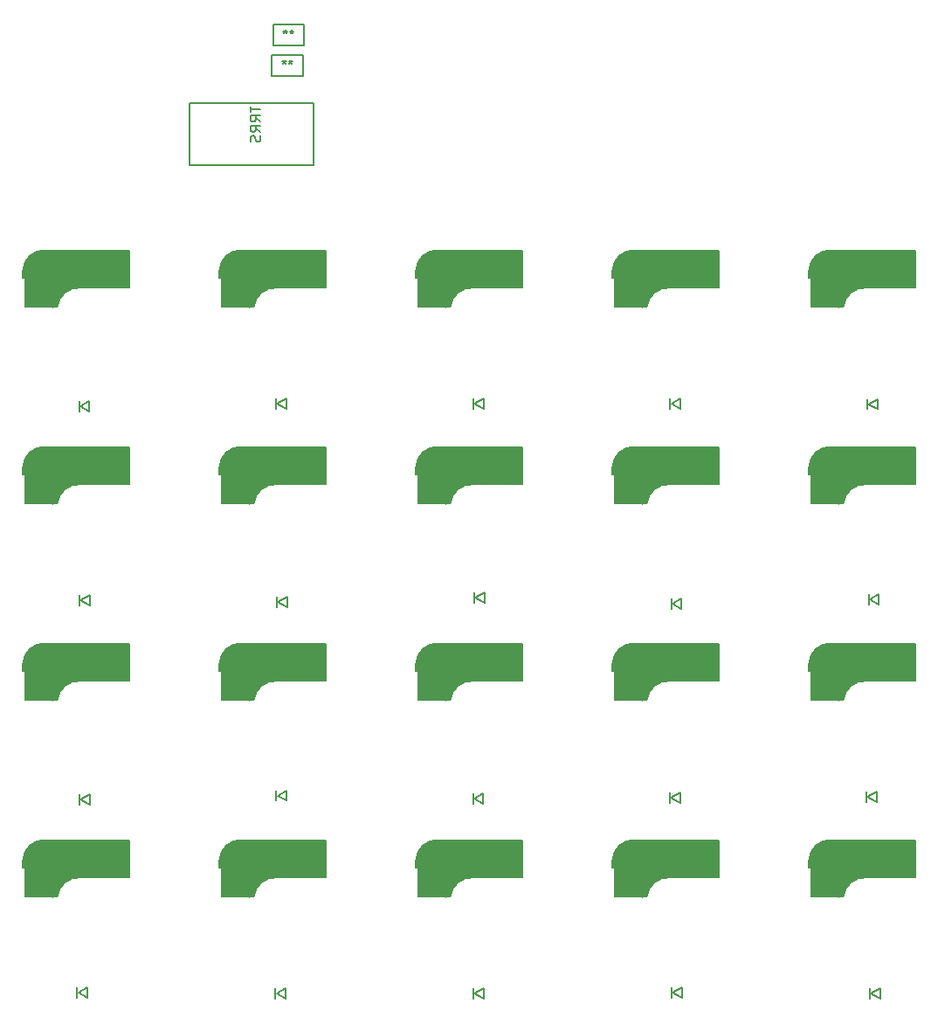
<source format=gbr>
%TF.GenerationSoftware,KiCad,Pcbnew,7.0.8*%
%TF.CreationDate,2023-11-23T22:11:04+09:00*%
%TF.ProjectId,jisaku20rp_tb,6a697361-6b75-4323-9072-705f74622e6b,rev?*%
%TF.SameCoordinates,Original*%
%TF.FileFunction,Legend,Bot*%
%TF.FilePolarity,Positive*%
%FSLAX46Y46*%
G04 Gerber Fmt 4.6, Leading zero omitted, Abs format (unit mm)*
G04 Created by KiCad (PCBNEW 7.0.8) date 2023-11-23 22:11:04*
%MOMM*%
%LPD*%
G01*
G04 APERTURE LIST*
%ADD10C,0.150000*%
%ADD11C,0.300000*%
%ADD12C,0.500000*%
%ADD13C,0.800000*%
%ADD14C,3.000000*%
%ADD15C,3.500000*%
%ADD16C,1.000000*%
%ADD17C,0.400000*%
G04 APERTURE END LIST*
D10*
X20039637Y25038083D02*
X20039637Y24844559D01*
X20233161Y24921968D02*
X20039637Y24844559D01*
X20039637Y24844559D02*
X19846114Y24921968D01*
X20155752Y24689740D02*
X20039637Y24844559D01*
X20039637Y24844559D02*
X19923523Y24689740D01*
X19420361Y25038083D02*
X19420361Y24844559D01*
X19613885Y24921968D02*
X19420361Y24844559D01*
X19420361Y24844559D02*
X19226838Y24921968D01*
X19536476Y24689740D02*
X19420361Y24844559D01*
X19420361Y24844559D02*
X19304247Y24689740D01*
X20139637Y27968083D02*
X20139637Y27774559D01*
X20333161Y27851968D02*
X20139637Y27774559D01*
X20139637Y27774559D02*
X19946114Y27851968D01*
X20255752Y27619740D02*
X20139637Y27774559D01*
X20139637Y27774559D02*
X20023523Y27619740D01*
X19520361Y27968083D02*
X19520361Y27774559D01*
X19713885Y27851968D02*
X19520361Y27774559D01*
X19520361Y27774559D02*
X19326838Y27851968D01*
X19636476Y27619740D02*
X19520361Y27774559D01*
X19520361Y27774559D02*
X19404247Y27619740D01*
X16128319Y20556404D02*
X16128319Y19984976D01*
X17128319Y20270690D02*
X16128319Y20270690D01*
X17128319Y19080214D02*
X16652128Y19413547D01*
X17128319Y19651642D02*
X16128319Y19651642D01*
X16128319Y19651642D02*
X16128319Y19270690D01*
X16128319Y19270690D02*
X16175938Y19175452D01*
X16175938Y19175452D02*
X16223557Y19127833D01*
X16223557Y19127833D02*
X16318795Y19080214D01*
X16318795Y19080214D02*
X16461652Y19080214D01*
X16461652Y19080214D02*
X16556890Y19127833D01*
X16556890Y19127833D02*
X16604509Y19175452D01*
X16604509Y19175452D02*
X16652128Y19270690D01*
X16652128Y19270690D02*
X16652128Y19651642D01*
X17128319Y18080214D02*
X16652128Y18413547D01*
X17128319Y18651642D02*
X16128319Y18651642D01*
X16128319Y18651642D02*
X16128319Y18270690D01*
X16128319Y18270690D02*
X16175938Y18175452D01*
X16175938Y18175452D02*
X16223557Y18127833D01*
X16223557Y18127833D02*
X16318795Y18080214D01*
X16318795Y18080214D02*
X16461652Y18080214D01*
X16461652Y18080214D02*
X16556890Y18127833D01*
X16556890Y18127833D02*
X16604509Y18175452D01*
X16604509Y18175452D02*
X16652128Y18270690D01*
X16652128Y18270690D02*
X16652128Y18651642D01*
X17080700Y17699261D02*
X17128319Y17556404D01*
X17128319Y17556404D02*
X17128319Y17318309D01*
X17128319Y17318309D02*
X17080700Y17223071D01*
X17080700Y17223071D02*
X17033080Y17175452D01*
X17033080Y17175452D02*
X16937842Y17127833D01*
X16937842Y17127833D02*
X16842604Y17127833D01*
X16842604Y17127833D02*
X16747366Y17175452D01*
X16747366Y17175452D02*
X16699747Y17223071D01*
X16699747Y17223071D02*
X16652128Y17318309D01*
X16652128Y17318309D02*
X16604509Y17508785D01*
X16604509Y17508785D02*
X16556890Y17604023D01*
X16556890Y17604023D02*
X16509271Y17651642D01*
X16509271Y17651642D02*
X16414033Y17699261D01*
X16414033Y17699261D02*
X16318795Y17699261D01*
X16318795Y17699261D02*
X16223557Y17651642D01*
X16223557Y17651642D02*
X16175938Y17604023D01*
X16175938Y17604023D02*
X16128319Y17508785D01*
X16128319Y17508785D02*
X16128319Y17270690D01*
X16128319Y17270690D02*
X16175938Y17127833D01*
%TO.C,R2*%
X21230000Y23530000D02*
X18230000Y23530000D01*
X21230000Y25530000D02*
X21230000Y23530000D01*
X18230000Y23530000D02*
X18230000Y25530000D01*
X18230000Y25530000D02*
X21230000Y25530000D01*
%TO.C,R1*%
X21330000Y26460000D02*
X18330000Y26460000D01*
X21330000Y28460000D02*
X21330000Y26460000D01*
X18330000Y26460000D02*
X18330000Y28460000D01*
X18330000Y28460000D02*
X21330000Y28460000D01*
%TO.C,J1*%
X10260000Y14870000D02*
X10260000Y20870000D01*
X22260000Y14870000D02*
X10260000Y14870000D01*
X10260000Y20870000D02*
X22260000Y20870000D01*
X22260000Y20870000D02*
X22260000Y14870000D01*
%TO.C,SW15*%
X70300000Y-33400000D02*
X70300000Y-34150000D01*
X70300000Y-34150000D02*
X70500000Y-34150000D01*
D11*
X70400000Y-34050000D02*
X70400000Y-33400000D01*
D10*
X70550000Y-32550000D02*
X70550000Y-37000000D01*
X70550000Y-37000000D02*
X73580000Y-37000000D01*
D12*
X70750000Y-36800000D02*
X73200000Y-36800000D01*
D13*
X70900000Y-36500000D02*
X70900000Y-34700001D01*
D14*
X72030000Y-33000000D02*
X72030000Y-35240000D01*
D10*
X75800000Y-35100000D02*
X80600000Y-35100000D01*
D15*
X78800000Y-33300000D02*
X72100000Y-33300000D01*
D16*
X80100000Y-32100000D02*
X80100000Y-34600000D01*
D12*
X80400000Y-34850000D02*
X79100000Y-34800000D01*
D17*
X80450000Y-31700000D02*
X79200000Y-31700000D01*
D10*
X80580000Y-34100000D02*
X80580000Y-31850000D01*
X80600000Y-31500000D02*
X72399999Y-31500000D01*
X80600000Y-35100000D02*
X80600000Y-31500000D01*
X72399999Y-31499999D02*
G75*
G03*
X70300000Y-33400001I-100000J-1999999D01*
G01*
D16*
X75400000Y-34700000D02*
G75*
G03*
X73183682Y-36578529I-65001J-2169999D01*
G01*
D10*
X75800000Y-35100000D02*
G75*
G03*
X73583682Y-36978529I-65001J-2169999D01*
G01*
%TO.C,SW1*%
X-5900000Y4700000D02*
X-5900000Y3950000D01*
X-5900000Y3950000D02*
X-5700000Y3950000D01*
D11*
X-5800000Y4050000D02*
X-5800000Y4700000D01*
D10*
X-5650000Y5550000D02*
X-5650000Y1100000D01*
X-5650000Y1100000D02*
X-2620000Y1100000D01*
D12*
X-5450000Y1300000D02*
X-3000000Y1300000D01*
D13*
X-5300000Y1600000D02*
X-5300000Y3399999D01*
D14*
X-4170000Y5100000D02*
X-4170000Y2860000D01*
D10*
X-400000Y3000000D02*
X4400000Y3000000D01*
D15*
X2600000Y4800000D02*
X-4100000Y4800000D01*
D16*
X3900000Y6000000D02*
X3900000Y3500000D01*
D12*
X4200000Y3250000D02*
X2900000Y3300000D01*
D17*
X4250000Y6400000D02*
X3000000Y6400000D01*
D10*
X4380000Y4000000D02*
X4380000Y6250000D01*
X4400000Y6600000D02*
X-3800001Y6600000D01*
X4400000Y3000000D02*
X4400000Y6600000D01*
X-3800001Y6600001D02*
G75*
G03*
X-5900000Y4699999I-100000J-1999999D01*
G01*
D16*
X-800000Y3400000D02*
G75*
G03*
X-3016318Y1521471I-65001J-2169999D01*
G01*
D10*
X-400000Y3000000D02*
G75*
G03*
X-2616318Y1121471I-65001J-2169999D01*
G01*
%TO.C,SW14*%
X51250000Y-33400000D02*
X51250000Y-34150000D01*
X51250000Y-34150000D02*
X51450000Y-34150000D01*
D11*
X51350000Y-34050000D02*
X51350000Y-33400000D01*
D10*
X51500000Y-32550000D02*
X51500000Y-37000000D01*
X51500000Y-37000000D02*
X54530000Y-37000000D01*
D12*
X51700000Y-36800000D02*
X54150000Y-36800000D01*
D13*
X51850000Y-36500000D02*
X51850000Y-34700001D01*
D14*
X52980000Y-33000000D02*
X52980000Y-35240000D01*
D10*
X56750000Y-35100000D02*
X61550000Y-35100000D01*
D15*
X59750000Y-33300000D02*
X53050000Y-33300000D01*
D16*
X61050000Y-32100000D02*
X61050000Y-34600000D01*
D12*
X61350000Y-34850000D02*
X60050000Y-34800000D01*
D17*
X61400000Y-31700000D02*
X60150000Y-31700000D01*
D10*
X61530000Y-34100000D02*
X61530000Y-31850000D01*
X61550000Y-31500000D02*
X53349999Y-31500000D01*
X61550000Y-35100000D02*
X61550000Y-31500000D01*
X53349999Y-31499999D02*
G75*
G03*
X51250000Y-33400001I-100000J-1999999D01*
G01*
D16*
X56350000Y-34700000D02*
G75*
G03*
X54133682Y-36578529I-65001J-2169999D01*
G01*
D10*
X56750000Y-35100000D02*
G75*
G03*
X54533682Y-36978529I-65001J-2169999D01*
G01*
%TO.C,SW2*%
X13150000Y4700000D02*
X13150000Y3950000D01*
X13150000Y3950000D02*
X13350000Y3950000D01*
D11*
X13250000Y4050000D02*
X13250000Y4700000D01*
D10*
X13400000Y5550000D02*
X13400000Y1100000D01*
X13400000Y1100000D02*
X16430000Y1100000D01*
D12*
X13600000Y1300000D02*
X16050000Y1300000D01*
D13*
X13750000Y1600000D02*
X13750000Y3399999D01*
D14*
X14880000Y5100000D02*
X14880000Y2860000D01*
D10*
X18650000Y3000000D02*
X23450000Y3000000D01*
D15*
X21650000Y4800000D02*
X14950000Y4800000D01*
D16*
X22950000Y6000000D02*
X22950000Y3500000D01*
D12*
X23250000Y3250000D02*
X21950000Y3300000D01*
D17*
X23300000Y6400000D02*
X22050000Y6400000D01*
D10*
X23430000Y4000000D02*
X23430000Y6250000D01*
X23450000Y6600000D02*
X15249999Y6600000D01*
X23450000Y3000000D02*
X23450000Y6600000D01*
X15249999Y6600001D02*
G75*
G03*
X13150000Y4699999I-100000J-1999999D01*
G01*
D16*
X18250000Y3400000D02*
G75*
G03*
X16033682Y1521471I-65001J-2169999D01*
G01*
D10*
X18650000Y3000000D02*
G75*
G03*
X16433682Y1121471I-65001J-2169999D01*
G01*
%TO.C,SW17*%
X13150000Y-52450000D02*
X13150000Y-53200000D01*
X13150000Y-53200000D02*
X13350000Y-53200000D01*
D11*
X13250000Y-53100000D02*
X13250000Y-52450000D01*
D10*
X13400000Y-51600000D02*
X13400000Y-56050000D01*
X13400000Y-56050000D02*
X16430000Y-56050000D01*
D12*
X13600000Y-55850000D02*
X16050000Y-55850000D01*
D13*
X13750000Y-55550000D02*
X13750000Y-53750001D01*
D14*
X14880000Y-52050000D02*
X14880000Y-54290000D01*
D10*
X18650000Y-54150000D02*
X23450000Y-54150000D01*
D15*
X21650000Y-52350000D02*
X14950000Y-52350000D01*
D16*
X22950000Y-51150000D02*
X22950000Y-53650000D01*
D12*
X23250000Y-53900000D02*
X21950000Y-53850000D01*
D17*
X23300000Y-50750000D02*
X22050000Y-50750000D01*
D10*
X23430000Y-53150000D02*
X23430000Y-50900000D01*
X23450000Y-50550000D02*
X15249999Y-50550000D01*
X23450000Y-54150000D02*
X23450000Y-50550000D01*
X15249999Y-50549999D02*
G75*
G03*
X13150000Y-52450001I-100000J-1999999D01*
G01*
D16*
X18250000Y-53750000D02*
G75*
G03*
X16033682Y-55628529I-65001J-2169999D01*
G01*
D10*
X18650000Y-54150000D02*
G75*
G03*
X16433682Y-56028529I-65001J-2169999D01*
G01*
%TO.C,SW5*%
X70300000Y4700000D02*
X70300000Y3950000D01*
X70300000Y3950000D02*
X70500000Y3950000D01*
D11*
X70400000Y4050000D02*
X70400000Y4700000D01*
D10*
X70550000Y5550000D02*
X70550000Y1100000D01*
X70550000Y1100000D02*
X73580000Y1100000D01*
D12*
X70750000Y1300000D02*
X73200000Y1300000D01*
D13*
X70900000Y1600000D02*
X70900000Y3399999D01*
D14*
X72030000Y5100000D02*
X72030000Y2860000D01*
D10*
X75800000Y3000000D02*
X80600000Y3000000D01*
D15*
X78800000Y4800000D02*
X72100000Y4800000D01*
D16*
X80100000Y6000000D02*
X80100000Y3500000D01*
D12*
X80400000Y3250000D02*
X79100000Y3300000D01*
D17*
X80450000Y6400000D02*
X79200000Y6400000D01*
D10*
X80580000Y4000000D02*
X80580000Y6250000D01*
X80600000Y6600000D02*
X72399999Y6600000D01*
X80600000Y3000000D02*
X80600000Y6600000D01*
X72399999Y6600001D02*
G75*
G03*
X70300000Y4699999I-100000J-1999999D01*
G01*
D16*
X75400000Y3400000D02*
G75*
G03*
X73183682Y1521471I-65001J-2169999D01*
G01*
D10*
X75800000Y3000000D02*
G75*
G03*
X73583682Y1121471I-65001J-2169999D01*
G01*
%TO.C,SW7*%
X13150000Y-14350000D02*
X13150000Y-15100000D01*
X13150000Y-15100000D02*
X13350000Y-15100000D01*
D11*
X13250000Y-15000000D02*
X13250000Y-14350000D01*
D10*
X13400000Y-13500000D02*
X13400000Y-17950000D01*
X13400000Y-17950000D02*
X16430000Y-17950000D01*
D12*
X13600000Y-17750000D02*
X16050000Y-17750000D01*
D13*
X13750000Y-17450000D02*
X13750000Y-15650001D01*
D14*
X14880000Y-13950000D02*
X14880000Y-16190000D01*
D10*
X18650000Y-16050000D02*
X23450000Y-16050000D01*
D15*
X21650000Y-14250000D02*
X14950000Y-14250000D01*
D16*
X22950000Y-13050000D02*
X22950000Y-15550000D01*
D12*
X23250000Y-15800000D02*
X21950000Y-15750000D01*
D17*
X23300000Y-12650000D02*
X22050000Y-12650000D01*
D10*
X23430000Y-15050000D02*
X23430000Y-12800000D01*
X23450000Y-12450000D02*
X15249999Y-12450000D01*
X23450000Y-16050000D02*
X23450000Y-12450000D01*
X15249999Y-12449999D02*
G75*
G03*
X13150000Y-14350001I-100000J-1999999D01*
G01*
D16*
X18250000Y-15650000D02*
G75*
G03*
X16033682Y-17528529I-65001J-2169999D01*
G01*
D10*
X18650000Y-16050000D02*
G75*
G03*
X16433682Y-17928529I-65001J-2169999D01*
G01*
%TO.C,SW20*%
X70300000Y-52450000D02*
X70300000Y-53200000D01*
X70300000Y-53200000D02*
X70500000Y-53200000D01*
D11*
X70400000Y-53100000D02*
X70400000Y-52450000D01*
D10*
X70550000Y-51600000D02*
X70550000Y-56050000D01*
X70550000Y-56050000D02*
X73580000Y-56050000D01*
D12*
X70750000Y-55850000D02*
X73200000Y-55850000D01*
D13*
X70900000Y-55550000D02*
X70900000Y-53750001D01*
D14*
X72030000Y-52050000D02*
X72030000Y-54290000D01*
D10*
X75800000Y-54150000D02*
X80600000Y-54150000D01*
D15*
X78800000Y-52350000D02*
X72100000Y-52350000D01*
D16*
X80100000Y-51150000D02*
X80100000Y-53650000D01*
D12*
X80400000Y-53900000D02*
X79100000Y-53850000D01*
D17*
X80450000Y-50750000D02*
X79200000Y-50750000D01*
D10*
X80580000Y-53150000D02*
X80580000Y-50900000D01*
X80600000Y-50550000D02*
X72399999Y-50550000D01*
X80600000Y-54150000D02*
X80600000Y-50550000D01*
X72399999Y-50549999D02*
G75*
G03*
X70300000Y-52450001I-100000J-1999999D01*
G01*
D16*
X75400000Y-53750000D02*
G75*
G03*
X73183682Y-55628529I-65001J-2169999D01*
G01*
D10*
X75800000Y-54150000D02*
G75*
G03*
X73583682Y-56028529I-65001J-2169999D01*
G01*
%TO.C,SW8*%
X32200000Y-14350000D02*
X32200000Y-15100000D01*
X32200000Y-15100000D02*
X32400000Y-15100000D01*
D11*
X32300000Y-15000000D02*
X32300000Y-14350000D01*
D10*
X32450000Y-13500000D02*
X32450000Y-17950000D01*
X32450000Y-17950000D02*
X35480000Y-17950000D01*
D12*
X32650000Y-17750000D02*
X35100000Y-17750000D01*
D13*
X32800000Y-17450000D02*
X32800000Y-15650001D01*
D14*
X33930000Y-13950000D02*
X33930000Y-16190000D01*
D10*
X37700000Y-16050000D02*
X42500000Y-16050000D01*
D15*
X40700000Y-14250000D02*
X34000000Y-14250000D01*
D16*
X42000000Y-13050000D02*
X42000000Y-15550000D01*
D12*
X42300000Y-15800000D02*
X41000000Y-15750000D01*
D17*
X42350000Y-12650000D02*
X41100000Y-12650000D01*
D10*
X42480000Y-15050000D02*
X42480000Y-12800000D01*
X42500000Y-12450000D02*
X34299999Y-12450000D01*
X42500000Y-16050000D02*
X42500000Y-12450000D01*
X34299999Y-12449999D02*
G75*
G03*
X32200000Y-14350001I-100000J-1999999D01*
G01*
D16*
X37300000Y-15650000D02*
G75*
G03*
X35083682Y-17528529I-65001J-2169999D01*
G01*
D10*
X37700000Y-16050000D02*
G75*
G03*
X35483682Y-17928529I-65001J-2169999D01*
G01*
%TO.C,SW10*%
X70300000Y-14350000D02*
X70300000Y-15100000D01*
X70300000Y-15100000D02*
X70500000Y-15100000D01*
D11*
X70400000Y-15000000D02*
X70400000Y-14350000D01*
D10*
X70550000Y-13500000D02*
X70550000Y-17950000D01*
X70550000Y-17950000D02*
X73580000Y-17950000D01*
D12*
X70750000Y-17750000D02*
X73200000Y-17750000D01*
D13*
X70900000Y-17450000D02*
X70900000Y-15650001D01*
D14*
X72030000Y-13950000D02*
X72030000Y-16190000D01*
D10*
X75800000Y-16050000D02*
X80600000Y-16050000D01*
D15*
X78800000Y-14250000D02*
X72100000Y-14250000D01*
D16*
X80100000Y-13050000D02*
X80100000Y-15550000D01*
D12*
X80400000Y-15800000D02*
X79100000Y-15750000D01*
D17*
X80450000Y-12650000D02*
X79200000Y-12650000D01*
D10*
X80580000Y-15050000D02*
X80580000Y-12800000D01*
X80600000Y-12450000D02*
X72399999Y-12450000D01*
X80600000Y-16050000D02*
X80600000Y-12450000D01*
X72399999Y-12449999D02*
G75*
G03*
X70300000Y-14350001I-100000J-1999999D01*
G01*
D16*
X75400000Y-15650000D02*
G75*
G03*
X73183682Y-17528529I-65001J-2169999D01*
G01*
D10*
X75800000Y-16050000D02*
G75*
G03*
X73583682Y-17928529I-65001J-2169999D01*
G01*
%TO.C,SW3*%
X32200000Y4700000D02*
X32200000Y3950000D01*
X32200000Y3950000D02*
X32400000Y3950000D01*
D11*
X32300000Y4050000D02*
X32300000Y4700000D01*
D10*
X32450000Y5550000D02*
X32450000Y1100000D01*
X32450000Y1100000D02*
X35480000Y1100000D01*
D12*
X32650000Y1300000D02*
X35100000Y1300000D01*
D13*
X32800000Y1600000D02*
X32800000Y3399999D01*
D14*
X33930000Y5100000D02*
X33930000Y2860000D01*
D10*
X37700000Y3000000D02*
X42500000Y3000000D01*
D15*
X40700000Y4800000D02*
X34000000Y4800000D01*
D16*
X42000000Y6000000D02*
X42000000Y3500000D01*
D12*
X42300000Y3250000D02*
X41000000Y3300000D01*
D17*
X42350000Y6400000D02*
X41100000Y6400000D01*
D10*
X42480000Y4000000D02*
X42480000Y6250000D01*
X42500000Y6600000D02*
X34299999Y6600000D01*
X42500000Y3000000D02*
X42500000Y6600000D01*
X34299999Y6600001D02*
G75*
G03*
X32200000Y4699999I-100000J-1999999D01*
G01*
D16*
X37300000Y3400000D02*
G75*
G03*
X35083682Y1521471I-65001J-2169999D01*
G01*
D10*
X37700000Y3000000D02*
G75*
G03*
X35483682Y1121471I-65001J-2169999D01*
G01*
%TO.C,SW16*%
X-5900000Y-52450000D02*
X-5900000Y-53200000D01*
X-5900000Y-53200000D02*
X-5700000Y-53200000D01*
D11*
X-5800000Y-53100000D02*
X-5800000Y-52450000D01*
D10*
X-5650000Y-51600000D02*
X-5650000Y-56050000D01*
X-5650000Y-56050000D02*
X-2620000Y-56050000D01*
D12*
X-5450000Y-55850000D02*
X-3000000Y-55850000D01*
D13*
X-5300000Y-55550000D02*
X-5300000Y-53750001D01*
D14*
X-4170000Y-52050000D02*
X-4170000Y-54290000D01*
D10*
X-400000Y-54150000D02*
X4400000Y-54150000D01*
D15*
X2600000Y-52350000D02*
X-4100000Y-52350000D01*
D16*
X3900000Y-51150000D02*
X3900000Y-53650000D01*
D12*
X4200000Y-53900000D02*
X2900000Y-53850000D01*
D17*
X4250000Y-50750000D02*
X3000000Y-50750000D01*
D10*
X4380000Y-53150000D02*
X4380000Y-50900000D01*
X4400000Y-50550000D02*
X-3800001Y-50550000D01*
X4400000Y-54150000D02*
X4400000Y-50550000D01*
X-3800001Y-50549999D02*
G75*
G03*
X-5900000Y-52450001I-100000J-1999999D01*
G01*
D16*
X-800000Y-53750000D02*
G75*
G03*
X-3016318Y-55628529I-65001J-2169999D01*
G01*
D10*
X-400000Y-54150000D02*
G75*
G03*
X-2616318Y-56028529I-65001J-2169999D01*
G01*
%TO.C,SW18*%
X32200000Y-52450000D02*
X32200000Y-53200000D01*
X32200000Y-53200000D02*
X32400000Y-53200000D01*
D11*
X32300000Y-53100000D02*
X32300000Y-52450000D01*
D10*
X32450000Y-51600000D02*
X32450000Y-56050000D01*
X32450000Y-56050000D02*
X35480000Y-56050000D01*
D12*
X32650000Y-55850000D02*
X35100000Y-55850000D01*
D13*
X32800000Y-55550000D02*
X32800000Y-53750001D01*
D14*
X33930000Y-52050000D02*
X33930000Y-54290000D01*
D10*
X37700000Y-54150000D02*
X42500000Y-54150000D01*
D15*
X40700000Y-52350000D02*
X34000000Y-52350000D01*
D16*
X42000000Y-51150000D02*
X42000000Y-53650000D01*
D12*
X42300000Y-53900000D02*
X41000000Y-53850000D01*
D17*
X42350000Y-50750000D02*
X41100000Y-50750000D01*
D10*
X42480000Y-53150000D02*
X42480000Y-50900000D01*
X42500000Y-50550000D02*
X34299999Y-50550000D01*
X42500000Y-54150000D02*
X42500000Y-50550000D01*
X34299999Y-50549999D02*
G75*
G03*
X32200000Y-52450001I-100000J-1999999D01*
G01*
D16*
X37300000Y-53750000D02*
G75*
G03*
X35083682Y-55628529I-65001J-2169999D01*
G01*
D10*
X37700000Y-54150000D02*
G75*
G03*
X35483682Y-56028529I-65001J-2169999D01*
G01*
%TO.C,SW12*%
X13150000Y-33400000D02*
X13150000Y-34150000D01*
X13150000Y-34150000D02*
X13350000Y-34150000D01*
D11*
X13250000Y-34050000D02*
X13250000Y-33400000D01*
D10*
X13400000Y-32550000D02*
X13400000Y-37000000D01*
X13400000Y-37000000D02*
X16430000Y-37000000D01*
D12*
X13600000Y-36800000D02*
X16050000Y-36800000D01*
D13*
X13750000Y-36500000D02*
X13750000Y-34700001D01*
D14*
X14880000Y-33000000D02*
X14880000Y-35240000D01*
D10*
X18650000Y-35100000D02*
X23450000Y-35100000D01*
D15*
X21650000Y-33300000D02*
X14950000Y-33300000D01*
D16*
X22950000Y-32100000D02*
X22950000Y-34600000D01*
D12*
X23250000Y-34850000D02*
X21950000Y-34800000D01*
D17*
X23300000Y-31700000D02*
X22050000Y-31700000D01*
D10*
X23430000Y-34100000D02*
X23430000Y-31850000D01*
X23450000Y-31500000D02*
X15249999Y-31500000D01*
X23450000Y-35100000D02*
X23450000Y-31500000D01*
X15249999Y-31499999D02*
G75*
G03*
X13150000Y-33400001I-100000J-1999999D01*
G01*
D16*
X18250000Y-34700000D02*
G75*
G03*
X16033682Y-36578529I-65001J-2169999D01*
G01*
D10*
X18650000Y-35100000D02*
G75*
G03*
X16433682Y-36978529I-65001J-2169999D01*
G01*
%TO.C,SW9*%
X51250000Y-14350000D02*
X51250000Y-15100000D01*
X51250000Y-15100000D02*
X51450000Y-15100000D01*
D11*
X51350000Y-15000000D02*
X51350000Y-14350000D01*
D10*
X51500000Y-13500000D02*
X51500000Y-17950000D01*
X51500000Y-17950000D02*
X54530000Y-17950000D01*
D12*
X51700000Y-17750000D02*
X54150000Y-17750000D01*
D13*
X51850000Y-17450000D02*
X51850000Y-15650001D01*
D14*
X52980000Y-13950000D02*
X52980000Y-16190000D01*
D10*
X56750000Y-16050000D02*
X61550000Y-16050000D01*
D15*
X59750000Y-14250000D02*
X53050000Y-14250000D01*
D16*
X61050000Y-13050000D02*
X61050000Y-15550000D01*
D12*
X61350000Y-15800000D02*
X60050000Y-15750000D01*
D17*
X61400000Y-12650000D02*
X60150000Y-12650000D01*
D10*
X61530000Y-15050000D02*
X61530000Y-12800000D01*
X61550000Y-12450000D02*
X53349999Y-12450000D01*
X61550000Y-16050000D02*
X61550000Y-12450000D01*
X53349999Y-12449999D02*
G75*
G03*
X51250000Y-14350001I-100000J-1999999D01*
G01*
D16*
X56350000Y-15650000D02*
G75*
G03*
X54133682Y-17528529I-65001J-2169999D01*
G01*
D10*
X56750000Y-16050000D02*
G75*
G03*
X54533682Y-17928529I-65001J-2169999D01*
G01*
%TO.C,SW11*%
X-5900000Y-33400000D02*
X-5900000Y-34150000D01*
X-5900000Y-34150000D02*
X-5700000Y-34150000D01*
D11*
X-5800000Y-34050000D02*
X-5800000Y-33400000D01*
D10*
X-5650000Y-32550000D02*
X-5650000Y-37000000D01*
X-5650000Y-37000000D02*
X-2620000Y-37000000D01*
D12*
X-5450000Y-36800000D02*
X-3000000Y-36800000D01*
D13*
X-5300000Y-36500000D02*
X-5300000Y-34700001D01*
D14*
X-4170000Y-33000000D02*
X-4170000Y-35240000D01*
D10*
X-400000Y-35100000D02*
X4400000Y-35100000D01*
D15*
X2600000Y-33300000D02*
X-4100000Y-33300000D01*
D16*
X3900000Y-32100000D02*
X3900000Y-34600000D01*
D12*
X4200000Y-34850000D02*
X2900000Y-34800000D01*
D17*
X4250000Y-31700000D02*
X3000000Y-31700000D01*
D10*
X4380000Y-34100000D02*
X4380000Y-31850000D01*
X4400000Y-31500000D02*
X-3800001Y-31500000D01*
X4400000Y-35100000D02*
X4400000Y-31500000D01*
X-3800001Y-31499999D02*
G75*
G03*
X-5900000Y-33400001I-100000J-1999999D01*
G01*
D16*
X-800000Y-34700000D02*
G75*
G03*
X-3016318Y-36578529I-65001J-2169999D01*
G01*
D10*
X-400000Y-35100000D02*
G75*
G03*
X-2616318Y-36978529I-65001J-2169999D01*
G01*
%TO.C,SW6*%
X-5900000Y-14350000D02*
X-5900000Y-15100000D01*
X-5900000Y-15100000D02*
X-5700000Y-15100000D01*
D11*
X-5800000Y-15000000D02*
X-5800000Y-14350000D01*
D10*
X-5650000Y-13500000D02*
X-5650000Y-17950000D01*
X-5650000Y-17950000D02*
X-2620000Y-17950000D01*
D12*
X-5450000Y-17750000D02*
X-3000000Y-17750000D01*
D13*
X-5300000Y-17450000D02*
X-5300000Y-15650001D01*
D14*
X-4170000Y-13950000D02*
X-4170000Y-16190000D01*
D10*
X-400000Y-16050000D02*
X4400000Y-16050000D01*
D15*
X2600000Y-14250000D02*
X-4100000Y-14250000D01*
D16*
X3900000Y-13050000D02*
X3900000Y-15550000D01*
D12*
X4200000Y-15800000D02*
X2900000Y-15750000D01*
D17*
X4250000Y-12650000D02*
X3000000Y-12650000D01*
D10*
X4380000Y-15050000D02*
X4380000Y-12800000D01*
X4400000Y-12450000D02*
X-3800001Y-12450000D01*
X4400000Y-16050000D02*
X4400000Y-12450000D01*
X-3800001Y-12449999D02*
G75*
G03*
X-5900000Y-14350001I-100000J-1999999D01*
G01*
D16*
X-800000Y-15650000D02*
G75*
G03*
X-3016318Y-17528529I-65001J-2169999D01*
G01*
D10*
X-400000Y-16050000D02*
G75*
G03*
X-2616318Y-17928529I-65001J-2169999D01*
G01*
%TO.C,SW4*%
X51250000Y4700000D02*
X51250000Y3950000D01*
X51250000Y3950000D02*
X51450000Y3950000D01*
D11*
X51350000Y4050000D02*
X51350000Y4700000D01*
D10*
X51500000Y5550000D02*
X51500000Y1100000D01*
X51500000Y1100000D02*
X54530000Y1100000D01*
D12*
X51700000Y1300000D02*
X54150000Y1300000D01*
D13*
X51850000Y1600000D02*
X51850000Y3399999D01*
D14*
X52980000Y5100000D02*
X52980000Y2860000D01*
D10*
X56750000Y3000000D02*
X61550000Y3000000D01*
D15*
X59750000Y4800000D02*
X53050000Y4800000D01*
D16*
X61050000Y6000000D02*
X61050000Y3500000D01*
D12*
X61350000Y3250000D02*
X60050000Y3300000D01*
D17*
X61400000Y6400000D02*
X60150000Y6400000D01*
D10*
X61530000Y4000000D02*
X61530000Y6250000D01*
X61550000Y6600000D02*
X53349999Y6600000D01*
X61550000Y3000000D02*
X61550000Y6600000D01*
X53349999Y6600001D02*
G75*
G03*
X51250000Y4699999I-100000J-1999999D01*
G01*
D16*
X56350000Y3400000D02*
G75*
G03*
X54133682Y1521471I-65001J-2169999D01*
G01*
D10*
X56750000Y3000000D02*
G75*
G03*
X54533682Y1121471I-65001J-2169999D01*
G01*
%TO.C,SW13*%
X32200000Y-33400000D02*
X32200000Y-34150000D01*
X32200000Y-34150000D02*
X32400000Y-34150000D01*
D11*
X32300000Y-34050000D02*
X32300000Y-33400000D01*
D10*
X32450000Y-32550000D02*
X32450000Y-37000000D01*
X32450000Y-37000000D02*
X35480000Y-37000000D01*
D12*
X32650000Y-36800000D02*
X35100000Y-36800000D01*
D13*
X32800000Y-36500000D02*
X32800000Y-34700001D01*
D14*
X33930000Y-33000000D02*
X33930000Y-35240000D01*
D10*
X37700000Y-35100000D02*
X42500000Y-35100000D01*
D15*
X40700000Y-33300000D02*
X34000000Y-33300000D01*
D16*
X42000000Y-32100000D02*
X42000000Y-34600000D01*
D12*
X42300000Y-34850000D02*
X41000000Y-34800000D01*
D17*
X42350000Y-31700000D02*
X41100000Y-31700000D01*
D10*
X42480000Y-34100000D02*
X42480000Y-31850000D01*
X42500000Y-31500000D02*
X34299999Y-31500000D01*
X42500000Y-35100000D02*
X42500000Y-31500000D01*
X34299999Y-31499999D02*
G75*
G03*
X32200000Y-33400001I-100000J-1999999D01*
G01*
D16*
X37300000Y-34700000D02*
G75*
G03*
X35083682Y-36578529I-65001J-2169999D01*
G01*
D10*
X37700000Y-35100000D02*
G75*
G03*
X35483682Y-36978529I-65001J-2169999D01*
G01*
%TO.C,SW19*%
X51250000Y-52450000D02*
X51250000Y-53200000D01*
X51250000Y-53200000D02*
X51450000Y-53200000D01*
D11*
X51350000Y-53100000D02*
X51350000Y-52450000D01*
D10*
X51500000Y-51600000D02*
X51500000Y-56050000D01*
X51500000Y-56050000D02*
X54530000Y-56050000D01*
D12*
X51700000Y-55850000D02*
X54150000Y-55850000D01*
D13*
X51850000Y-55550000D02*
X51850000Y-53750001D01*
D14*
X52980000Y-52050000D02*
X52980000Y-54290000D01*
D10*
X56750000Y-54150000D02*
X61550000Y-54150000D01*
D15*
X59750000Y-52350000D02*
X53050000Y-52350000D01*
D16*
X61050000Y-51150000D02*
X61050000Y-53650000D01*
D12*
X61350000Y-53900000D02*
X60050000Y-53850000D01*
D17*
X61400000Y-50750000D02*
X60150000Y-50750000D01*
D10*
X61530000Y-53150000D02*
X61530000Y-50900000D01*
X61550000Y-50550000D02*
X53349999Y-50550000D01*
X61550000Y-54150000D02*
X61550000Y-50550000D01*
X53349999Y-50549999D02*
G75*
G03*
X51250000Y-52450001I-100000J-1999999D01*
G01*
D16*
X56350000Y-53750000D02*
G75*
G03*
X54133682Y-55628529I-65001J-2169999D01*
G01*
D10*
X56750000Y-54150000D02*
G75*
G03*
X54533682Y-56028529I-65001J-2169999D01*
G01*
%TO.C,D15*%
X75860000Y-46832500D02*
X75860000Y-45832500D01*
X75960000Y-46332500D02*
X76860000Y-46832500D01*
X76860000Y-45832500D02*
X75960000Y-46332500D01*
X76860000Y-46832500D02*
X76860000Y-45832500D01*
%TO.C,D11*%
X-430000Y-47140000D02*
X-430000Y-46140000D01*
X-330000Y-46640000D02*
X570000Y-47140000D01*
X570000Y-46140000D02*
X-330000Y-46640000D01*
X570000Y-47140000D02*
X570000Y-46140000D01*
%TO.C,D4*%
X56830000Y-8740000D02*
X56830000Y-7740000D01*
X56930000Y-8240000D02*
X57830000Y-8740000D01*
X57830000Y-7740000D02*
X56930000Y-8240000D01*
X57830000Y-8740000D02*
X57830000Y-7740000D01*
%TO.C,D6*%
X-450000Y-27840000D02*
X-450000Y-26840000D01*
X-350000Y-27340000D02*
X550000Y-27840000D01*
X550000Y-26840000D02*
X-350000Y-27340000D01*
X550000Y-27840000D02*
X550000Y-26840000D01*
%TO.C,D9*%
X56940000Y-28130000D02*
X56940000Y-27130000D01*
X57040000Y-27630000D02*
X57940000Y-28130000D01*
X57940000Y-27130000D02*
X57040000Y-27630000D01*
X57940000Y-28130000D02*
X57940000Y-27130000D01*
%TO.C,D8*%
X37810000Y-27550000D02*
X37810000Y-26550000D01*
X37910000Y-27050000D02*
X38810000Y-27550000D01*
X38810000Y-26550000D02*
X37910000Y-27050000D01*
X38810000Y-27550000D02*
X38810000Y-26550000D01*
%TO.C,D20*%
X76195000Y-65930000D02*
X76195000Y-64930000D01*
X76295000Y-65430000D02*
X77195000Y-65930000D01*
X77195000Y-64930000D02*
X76295000Y-65430000D01*
X77195000Y-65930000D02*
X77195000Y-64930000D01*
%TO.C,D17*%
X18561250Y-65930000D02*
X18561250Y-64930000D01*
X18661250Y-65430000D02*
X19561250Y-65930000D01*
X19561250Y-64930000D02*
X18661250Y-65430000D01*
X19561250Y-65930000D02*
X19561250Y-64930000D01*
%TO.C,D12*%
X18642500Y-46730000D02*
X18642500Y-45730000D01*
X18742500Y-46230000D02*
X19642500Y-46730000D01*
X19642500Y-45730000D02*
X18742500Y-46230000D01*
X19642500Y-46730000D02*
X19642500Y-45730000D01*
%TO.C,D10*%
X76070000Y-27695000D02*
X76070000Y-26695000D01*
X76170000Y-27195000D02*
X77070000Y-27695000D01*
X77070000Y-26695000D02*
X76170000Y-27195000D01*
X77070000Y-27695000D02*
X77070000Y-26695000D01*
%TO.C,D5*%
X75930000Y-8800000D02*
X75930000Y-7800000D01*
X76030000Y-8300000D02*
X76930000Y-8800000D01*
X76930000Y-7800000D02*
X76030000Y-8300000D01*
X76930000Y-8800000D02*
X76930000Y-7800000D01*
%TO.C,D13*%
X37715000Y-47037500D02*
X37715000Y-46037500D01*
X37815000Y-46537500D02*
X38715000Y-47037500D01*
X38715000Y-46037500D02*
X37815000Y-46537500D01*
X38715000Y-47037500D02*
X38715000Y-46037500D01*
%TO.C,D1*%
X-470000Y-9010000D02*
X-470000Y-8010000D01*
X-370000Y-8510000D02*
X530000Y-9010000D01*
X530000Y-8010000D02*
X-370000Y-8510000D01*
X530000Y-9010000D02*
X530000Y-8010000D01*
%TO.C,D14*%
X56787500Y-46935000D02*
X56787500Y-45935000D01*
X56887500Y-46435000D02*
X57787500Y-46935000D01*
X57787500Y-45935000D02*
X56887500Y-46435000D01*
X57787500Y-46935000D02*
X57787500Y-45935000D01*
%TO.C,D7*%
X18680000Y-27985000D02*
X18680000Y-26985000D01*
X18780000Y-27485000D02*
X19680000Y-27985000D01*
X19680000Y-26985000D02*
X18780000Y-27485000D01*
X19680000Y-27985000D02*
X19680000Y-26985000D01*
%TO.C,D3*%
X37730000Y-8740000D02*
X37730000Y-7740000D01*
X37830000Y-8240000D02*
X38730000Y-8740000D01*
X38730000Y-7740000D02*
X37830000Y-8240000D01*
X38730000Y-8740000D02*
X38730000Y-7740000D01*
%TO.C,D19*%
X56983750Y-65800000D02*
X56983750Y-64800000D01*
X57083750Y-65300000D02*
X57983750Y-65800000D01*
X57983750Y-64800000D02*
X57083750Y-65300000D01*
X57983750Y-65800000D02*
X57983750Y-64800000D01*
%TO.C,D18*%
X37772500Y-65930000D02*
X37772500Y-64930000D01*
X37872500Y-65430000D02*
X38772500Y-65930000D01*
X38772500Y-64930000D02*
X37872500Y-65430000D01*
X38772500Y-65930000D02*
X38772500Y-64930000D01*
%TO.C,D16*%
X-650000Y-65800000D02*
X-650000Y-64800000D01*
X-550000Y-65300000D02*
X350000Y-65800000D01*
X350000Y-64800000D02*
X-550000Y-65300000D01*
X350000Y-65800000D02*
X350000Y-64800000D01*
%TO.C,D2*%
X18630000Y-8740000D02*
X18630000Y-7740000D01*
X18730000Y-8240000D02*
X19630000Y-8740000D01*
X19630000Y-7740000D02*
X18730000Y-8240000D01*
X19630000Y-8740000D02*
X19630000Y-7740000D01*
%TD*%
M02*

</source>
